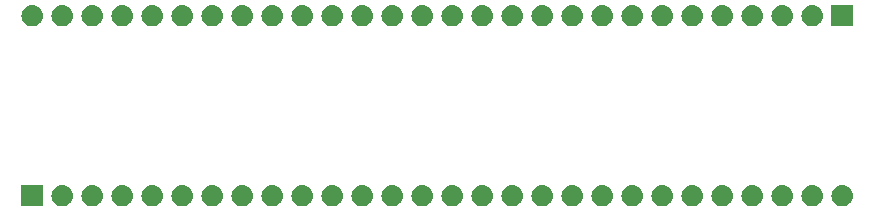
<source format=gbr>
G04 #@! TF.GenerationSoftware,KiCad,Pcbnew,(5.1.4)-1*
G04 #@! TF.CreationDate,2019-11-16T17:38:58+00:00*
G04 #@! TF.ProjectId,io-breakout,696f2d62-7265-4616-9b6f-75742e6b6963,rev?*
G04 #@! TF.SameCoordinates,Original*
G04 #@! TF.FileFunction,Soldermask,Bot*
G04 #@! TF.FilePolarity,Negative*
%FSLAX46Y46*%
G04 Gerber Fmt 4.6, Leading zero omitted, Abs format (unit mm)*
G04 Created by KiCad (PCBNEW (5.1.4)-1) date 2019-11-16 17:38:58*
%MOMM*%
%LPD*%
G04 APERTURE LIST*
%ADD10C,0.100000*%
G04 APERTURE END LIST*
D10*
G36*
X172830443Y-67685519D02*
G01*
X172896627Y-67692037D01*
X173066466Y-67743557D01*
X173222991Y-67827222D01*
X173258729Y-67856552D01*
X173360186Y-67939814D01*
X173443448Y-68041271D01*
X173472778Y-68077009D01*
X173556443Y-68233534D01*
X173607963Y-68403373D01*
X173625359Y-68580000D01*
X173607963Y-68756627D01*
X173556443Y-68926466D01*
X173472778Y-69082991D01*
X173443448Y-69118729D01*
X173360186Y-69220186D01*
X173258729Y-69303448D01*
X173222991Y-69332778D01*
X173066466Y-69416443D01*
X172896627Y-69467963D01*
X172830442Y-69474482D01*
X172764260Y-69481000D01*
X172675740Y-69481000D01*
X172609558Y-69474482D01*
X172543373Y-69467963D01*
X172373534Y-69416443D01*
X172217009Y-69332778D01*
X172181271Y-69303448D01*
X172079814Y-69220186D01*
X171996552Y-69118729D01*
X171967222Y-69082991D01*
X171883557Y-68926466D01*
X171832037Y-68756627D01*
X171814641Y-68580000D01*
X171832037Y-68403373D01*
X171883557Y-68233534D01*
X171967222Y-68077009D01*
X171996552Y-68041271D01*
X172079814Y-67939814D01*
X172181271Y-67856552D01*
X172217009Y-67827222D01*
X172373534Y-67743557D01*
X172543373Y-67692037D01*
X172609557Y-67685519D01*
X172675740Y-67679000D01*
X172764260Y-67679000D01*
X172830443Y-67685519D01*
X172830443Y-67685519D01*
G37*
G36*
X137270443Y-67685519D02*
G01*
X137336627Y-67692037D01*
X137506466Y-67743557D01*
X137662991Y-67827222D01*
X137698729Y-67856552D01*
X137800186Y-67939814D01*
X137883448Y-68041271D01*
X137912778Y-68077009D01*
X137996443Y-68233534D01*
X138047963Y-68403373D01*
X138065359Y-68580000D01*
X138047963Y-68756627D01*
X137996443Y-68926466D01*
X137912778Y-69082991D01*
X137883448Y-69118729D01*
X137800186Y-69220186D01*
X137698729Y-69303448D01*
X137662991Y-69332778D01*
X137506466Y-69416443D01*
X137336627Y-69467963D01*
X137270442Y-69474482D01*
X137204260Y-69481000D01*
X137115740Y-69481000D01*
X137049558Y-69474482D01*
X136983373Y-69467963D01*
X136813534Y-69416443D01*
X136657009Y-69332778D01*
X136621271Y-69303448D01*
X136519814Y-69220186D01*
X136436552Y-69118729D01*
X136407222Y-69082991D01*
X136323557Y-68926466D01*
X136272037Y-68756627D01*
X136254641Y-68580000D01*
X136272037Y-68403373D01*
X136323557Y-68233534D01*
X136407222Y-68077009D01*
X136436552Y-68041271D01*
X136519814Y-67939814D01*
X136621271Y-67856552D01*
X136657009Y-67827222D01*
X136813534Y-67743557D01*
X136983373Y-67692037D01*
X137049557Y-67685519D01*
X137115740Y-67679000D01*
X137204260Y-67679000D01*
X137270443Y-67685519D01*
X137270443Y-67685519D01*
G37*
G36*
X105041000Y-69481000D02*
G01*
X103239000Y-69481000D01*
X103239000Y-67679000D01*
X105041000Y-67679000D01*
X105041000Y-69481000D01*
X105041000Y-69481000D01*
G37*
G36*
X106790443Y-67685519D02*
G01*
X106856627Y-67692037D01*
X107026466Y-67743557D01*
X107182991Y-67827222D01*
X107218729Y-67856552D01*
X107320186Y-67939814D01*
X107403448Y-68041271D01*
X107432778Y-68077009D01*
X107516443Y-68233534D01*
X107567963Y-68403373D01*
X107585359Y-68580000D01*
X107567963Y-68756627D01*
X107516443Y-68926466D01*
X107432778Y-69082991D01*
X107403448Y-69118729D01*
X107320186Y-69220186D01*
X107218729Y-69303448D01*
X107182991Y-69332778D01*
X107026466Y-69416443D01*
X106856627Y-69467963D01*
X106790442Y-69474482D01*
X106724260Y-69481000D01*
X106635740Y-69481000D01*
X106569558Y-69474482D01*
X106503373Y-69467963D01*
X106333534Y-69416443D01*
X106177009Y-69332778D01*
X106141271Y-69303448D01*
X106039814Y-69220186D01*
X105956552Y-69118729D01*
X105927222Y-69082991D01*
X105843557Y-68926466D01*
X105792037Y-68756627D01*
X105774641Y-68580000D01*
X105792037Y-68403373D01*
X105843557Y-68233534D01*
X105927222Y-68077009D01*
X105956552Y-68041271D01*
X106039814Y-67939814D01*
X106141271Y-67856552D01*
X106177009Y-67827222D01*
X106333534Y-67743557D01*
X106503373Y-67692037D01*
X106569557Y-67685519D01*
X106635740Y-67679000D01*
X106724260Y-67679000D01*
X106790443Y-67685519D01*
X106790443Y-67685519D01*
G37*
G36*
X109330443Y-67685519D02*
G01*
X109396627Y-67692037D01*
X109566466Y-67743557D01*
X109722991Y-67827222D01*
X109758729Y-67856552D01*
X109860186Y-67939814D01*
X109943448Y-68041271D01*
X109972778Y-68077009D01*
X110056443Y-68233534D01*
X110107963Y-68403373D01*
X110125359Y-68580000D01*
X110107963Y-68756627D01*
X110056443Y-68926466D01*
X109972778Y-69082991D01*
X109943448Y-69118729D01*
X109860186Y-69220186D01*
X109758729Y-69303448D01*
X109722991Y-69332778D01*
X109566466Y-69416443D01*
X109396627Y-69467963D01*
X109330442Y-69474482D01*
X109264260Y-69481000D01*
X109175740Y-69481000D01*
X109109558Y-69474482D01*
X109043373Y-69467963D01*
X108873534Y-69416443D01*
X108717009Y-69332778D01*
X108681271Y-69303448D01*
X108579814Y-69220186D01*
X108496552Y-69118729D01*
X108467222Y-69082991D01*
X108383557Y-68926466D01*
X108332037Y-68756627D01*
X108314641Y-68580000D01*
X108332037Y-68403373D01*
X108383557Y-68233534D01*
X108467222Y-68077009D01*
X108496552Y-68041271D01*
X108579814Y-67939814D01*
X108681271Y-67856552D01*
X108717009Y-67827222D01*
X108873534Y-67743557D01*
X109043373Y-67692037D01*
X109109557Y-67685519D01*
X109175740Y-67679000D01*
X109264260Y-67679000D01*
X109330443Y-67685519D01*
X109330443Y-67685519D01*
G37*
G36*
X111870443Y-67685519D02*
G01*
X111936627Y-67692037D01*
X112106466Y-67743557D01*
X112262991Y-67827222D01*
X112298729Y-67856552D01*
X112400186Y-67939814D01*
X112483448Y-68041271D01*
X112512778Y-68077009D01*
X112596443Y-68233534D01*
X112647963Y-68403373D01*
X112665359Y-68580000D01*
X112647963Y-68756627D01*
X112596443Y-68926466D01*
X112512778Y-69082991D01*
X112483448Y-69118729D01*
X112400186Y-69220186D01*
X112298729Y-69303448D01*
X112262991Y-69332778D01*
X112106466Y-69416443D01*
X111936627Y-69467963D01*
X111870442Y-69474482D01*
X111804260Y-69481000D01*
X111715740Y-69481000D01*
X111649558Y-69474482D01*
X111583373Y-69467963D01*
X111413534Y-69416443D01*
X111257009Y-69332778D01*
X111221271Y-69303448D01*
X111119814Y-69220186D01*
X111036552Y-69118729D01*
X111007222Y-69082991D01*
X110923557Y-68926466D01*
X110872037Y-68756627D01*
X110854641Y-68580000D01*
X110872037Y-68403373D01*
X110923557Y-68233534D01*
X111007222Y-68077009D01*
X111036552Y-68041271D01*
X111119814Y-67939814D01*
X111221271Y-67856552D01*
X111257009Y-67827222D01*
X111413534Y-67743557D01*
X111583373Y-67692037D01*
X111649557Y-67685519D01*
X111715740Y-67679000D01*
X111804260Y-67679000D01*
X111870443Y-67685519D01*
X111870443Y-67685519D01*
G37*
G36*
X114410443Y-67685519D02*
G01*
X114476627Y-67692037D01*
X114646466Y-67743557D01*
X114802991Y-67827222D01*
X114838729Y-67856552D01*
X114940186Y-67939814D01*
X115023448Y-68041271D01*
X115052778Y-68077009D01*
X115136443Y-68233534D01*
X115187963Y-68403373D01*
X115205359Y-68580000D01*
X115187963Y-68756627D01*
X115136443Y-68926466D01*
X115052778Y-69082991D01*
X115023448Y-69118729D01*
X114940186Y-69220186D01*
X114838729Y-69303448D01*
X114802991Y-69332778D01*
X114646466Y-69416443D01*
X114476627Y-69467963D01*
X114410442Y-69474482D01*
X114344260Y-69481000D01*
X114255740Y-69481000D01*
X114189558Y-69474482D01*
X114123373Y-69467963D01*
X113953534Y-69416443D01*
X113797009Y-69332778D01*
X113761271Y-69303448D01*
X113659814Y-69220186D01*
X113576552Y-69118729D01*
X113547222Y-69082991D01*
X113463557Y-68926466D01*
X113412037Y-68756627D01*
X113394641Y-68580000D01*
X113412037Y-68403373D01*
X113463557Y-68233534D01*
X113547222Y-68077009D01*
X113576552Y-68041271D01*
X113659814Y-67939814D01*
X113761271Y-67856552D01*
X113797009Y-67827222D01*
X113953534Y-67743557D01*
X114123373Y-67692037D01*
X114189557Y-67685519D01*
X114255740Y-67679000D01*
X114344260Y-67679000D01*
X114410443Y-67685519D01*
X114410443Y-67685519D01*
G37*
G36*
X116950443Y-67685519D02*
G01*
X117016627Y-67692037D01*
X117186466Y-67743557D01*
X117342991Y-67827222D01*
X117378729Y-67856552D01*
X117480186Y-67939814D01*
X117563448Y-68041271D01*
X117592778Y-68077009D01*
X117676443Y-68233534D01*
X117727963Y-68403373D01*
X117745359Y-68580000D01*
X117727963Y-68756627D01*
X117676443Y-68926466D01*
X117592778Y-69082991D01*
X117563448Y-69118729D01*
X117480186Y-69220186D01*
X117378729Y-69303448D01*
X117342991Y-69332778D01*
X117186466Y-69416443D01*
X117016627Y-69467963D01*
X116950442Y-69474482D01*
X116884260Y-69481000D01*
X116795740Y-69481000D01*
X116729558Y-69474482D01*
X116663373Y-69467963D01*
X116493534Y-69416443D01*
X116337009Y-69332778D01*
X116301271Y-69303448D01*
X116199814Y-69220186D01*
X116116552Y-69118729D01*
X116087222Y-69082991D01*
X116003557Y-68926466D01*
X115952037Y-68756627D01*
X115934641Y-68580000D01*
X115952037Y-68403373D01*
X116003557Y-68233534D01*
X116087222Y-68077009D01*
X116116552Y-68041271D01*
X116199814Y-67939814D01*
X116301271Y-67856552D01*
X116337009Y-67827222D01*
X116493534Y-67743557D01*
X116663373Y-67692037D01*
X116729557Y-67685519D01*
X116795740Y-67679000D01*
X116884260Y-67679000D01*
X116950443Y-67685519D01*
X116950443Y-67685519D01*
G37*
G36*
X119490443Y-67685519D02*
G01*
X119556627Y-67692037D01*
X119726466Y-67743557D01*
X119882991Y-67827222D01*
X119918729Y-67856552D01*
X120020186Y-67939814D01*
X120103448Y-68041271D01*
X120132778Y-68077009D01*
X120216443Y-68233534D01*
X120267963Y-68403373D01*
X120285359Y-68580000D01*
X120267963Y-68756627D01*
X120216443Y-68926466D01*
X120132778Y-69082991D01*
X120103448Y-69118729D01*
X120020186Y-69220186D01*
X119918729Y-69303448D01*
X119882991Y-69332778D01*
X119726466Y-69416443D01*
X119556627Y-69467963D01*
X119490442Y-69474482D01*
X119424260Y-69481000D01*
X119335740Y-69481000D01*
X119269558Y-69474482D01*
X119203373Y-69467963D01*
X119033534Y-69416443D01*
X118877009Y-69332778D01*
X118841271Y-69303448D01*
X118739814Y-69220186D01*
X118656552Y-69118729D01*
X118627222Y-69082991D01*
X118543557Y-68926466D01*
X118492037Y-68756627D01*
X118474641Y-68580000D01*
X118492037Y-68403373D01*
X118543557Y-68233534D01*
X118627222Y-68077009D01*
X118656552Y-68041271D01*
X118739814Y-67939814D01*
X118841271Y-67856552D01*
X118877009Y-67827222D01*
X119033534Y-67743557D01*
X119203373Y-67692037D01*
X119269557Y-67685519D01*
X119335740Y-67679000D01*
X119424260Y-67679000D01*
X119490443Y-67685519D01*
X119490443Y-67685519D01*
G37*
G36*
X122030443Y-67685519D02*
G01*
X122096627Y-67692037D01*
X122266466Y-67743557D01*
X122422991Y-67827222D01*
X122458729Y-67856552D01*
X122560186Y-67939814D01*
X122643448Y-68041271D01*
X122672778Y-68077009D01*
X122756443Y-68233534D01*
X122807963Y-68403373D01*
X122825359Y-68580000D01*
X122807963Y-68756627D01*
X122756443Y-68926466D01*
X122672778Y-69082991D01*
X122643448Y-69118729D01*
X122560186Y-69220186D01*
X122458729Y-69303448D01*
X122422991Y-69332778D01*
X122266466Y-69416443D01*
X122096627Y-69467963D01*
X122030442Y-69474482D01*
X121964260Y-69481000D01*
X121875740Y-69481000D01*
X121809558Y-69474482D01*
X121743373Y-69467963D01*
X121573534Y-69416443D01*
X121417009Y-69332778D01*
X121381271Y-69303448D01*
X121279814Y-69220186D01*
X121196552Y-69118729D01*
X121167222Y-69082991D01*
X121083557Y-68926466D01*
X121032037Y-68756627D01*
X121014641Y-68580000D01*
X121032037Y-68403373D01*
X121083557Y-68233534D01*
X121167222Y-68077009D01*
X121196552Y-68041271D01*
X121279814Y-67939814D01*
X121381271Y-67856552D01*
X121417009Y-67827222D01*
X121573534Y-67743557D01*
X121743373Y-67692037D01*
X121809557Y-67685519D01*
X121875740Y-67679000D01*
X121964260Y-67679000D01*
X122030443Y-67685519D01*
X122030443Y-67685519D01*
G37*
G36*
X124570443Y-67685519D02*
G01*
X124636627Y-67692037D01*
X124806466Y-67743557D01*
X124962991Y-67827222D01*
X124998729Y-67856552D01*
X125100186Y-67939814D01*
X125183448Y-68041271D01*
X125212778Y-68077009D01*
X125296443Y-68233534D01*
X125347963Y-68403373D01*
X125365359Y-68580000D01*
X125347963Y-68756627D01*
X125296443Y-68926466D01*
X125212778Y-69082991D01*
X125183448Y-69118729D01*
X125100186Y-69220186D01*
X124998729Y-69303448D01*
X124962991Y-69332778D01*
X124806466Y-69416443D01*
X124636627Y-69467963D01*
X124570442Y-69474482D01*
X124504260Y-69481000D01*
X124415740Y-69481000D01*
X124349558Y-69474482D01*
X124283373Y-69467963D01*
X124113534Y-69416443D01*
X123957009Y-69332778D01*
X123921271Y-69303448D01*
X123819814Y-69220186D01*
X123736552Y-69118729D01*
X123707222Y-69082991D01*
X123623557Y-68926466D01*
X123572037Y-68756627D01*
X123554641Y-68580000D01*
X123572037Y-68403373D01*
X123623557Y-68233534D01*
X123707222Y-68077009D01*
X123736552Y-68041271D01*
X123819814Y-67939814D01*
X123921271Y-67856552D01*
X123957009Y-67827222D01*
X124113534Y-67743557D01*
X124283373Y-67692037D01*
X124349557Y-67685519D01*
X124415740Y-67679000D01*
X124504260Y-67679000D01*
X124570443Y-67685519D01*
X124570443Y-67685519D01*
G37*
G36*
X127110443Y-67685519D02*
G01*
X127176627Y-67692037D01*
X127346466Y-67743557D01*
X127502991Y-67827222D01*
X127538729Y-67856552D01*
X127640186Y-67939814D01*
X127723448Y-68041271D01*
X127752778Y-68077009D01*
X127836443Y-68233534D01*
X127887963Y-68403373D01*
X127905359Y-68580000D01*
X127887963Y-68756627D01*
X127836443Y-68926466D01*
X127752778Y-69082991D01*
X127723448Y-69118729D01*
X127640186Y-69220186D01*
X127538729Y-69303448D01*
X127502991Y-69332778D01*
X127346466Y-69416443D01*
X127176627Y-69467963D01*
X127110442Y-69474482D01*
X127044260Y-69481000D01*
X126955740Y-69481000D01*
X126889558Y-69474482D01*
X126823373Y-69467963D01*
X126653534Y-69416443D01*
X126497009Y-69332778D01*
X126461271Y-69303448D01*
X126359814Y-69220186D01*
X126276552Y-69118729D01*
X126247222Y-69082991D01*
X126163557Y-68926466D01*
X126112037Y-68756627D01*
X126094641Y-68580000D01*
X126112037Y-68403373D01*
X126163557Y-68233534D01*
X126247222Y-68077009D01*
X126276552Y-68041271D01*
X126359814Y-67939814D01*
X126461271Y-67856552D01*
X126497009Y-67827222D01*
X126653534Y-67743557D01*
X126823373Y-67692037D01*
X126889557Y-67685519D01*
X126955740Y-67679000D01*
X127044260Y-67679000D01*
X127110443Y-67685519D01*
X127110443Y-67685519D01*
G37*
G36*
X129650443Y-67685519D02*
G01*
X129716627Y-67692037D01*
X129886466Y-67743557D01*
X130042991Y-67827222D01*
X130078729Y-67856552D01*
X130180186Y-67939814D01*
X130263448Y-68041271D01*
X130292778Y-68077009D01*
X130376443Y-68233534D01*
X130427963Y-68403373D01*
X130445359Y-68580000D01*
X130427963Y-68756627D01*
X130376443Y-68926466D01*
X130292778Y-69082991D01*
X130263448Y-69118729D01*
X130180186Y-69220186D01*
X130078729Y-69303448D01*
X130042991Y-69332778D01*
X129886466Y-69416443D01*
X129716627Y-69467963D01*
X129650442Y-69474482D01*
X129584260Y-69481000D01*
X129495740Y-69481000D01*
X129429558Y-69474482D01*
X129363373Y-69467963D01*
X129193534Y-69416443D01*
X129037009Y-69332778D01*
X129001271Y-69303448D01*
X128899814Y-69220186D01*
X128816552Y-69118729D01*
X128787222Y-69082991D01*
X128703557Y-68926466D01*
X128652037Y-68756627D01*
X128634641Y-68580000D01*
X128652037Y-68403373D01*
X128703557Y-68233534D01*
X128787222Y-68077009D01*
X128816552Y-68041271D01*
X128899814Y-67939814D01*
X129001271Y-67856552D01*
X129037009Y-67827222D01*
X129193534Y-67743557D01*
X129363373Y-67692037D01*
X129429557Y-67685519D01*
X129495740Y-67679000D01*
X129584260Y-67679000D01*
X129650443Y-67685519D01*
X129650443Y-67685519D01*
G37*
G36*
X132190443Y-67685519D02*
G01*
X132256627Y-67692037D01*
X132426466Y-67743557D01*
X132582991Y-67827222D01*
X132618729Y-67856552D01*
X132720186Y-67939814D01*
X132803448Y-68041271D01*
X132832778Y-68077009D01*
X132916443Y-68233534D01*
X132967963Y-68403373D01*
X132985359Y-68580000D01*
X132967963Y-68756627D01*
X132916443Y-68926466D01*
X132832778Y-69082991D01*
X132803448Y-69118729D01*
X132720186Y-69220186D01*
X132618729Y-69303448D01*
X132582991Y-69332778D01*
X132426466Y-69416443D01*
X132256627Y-69467963D01*
X132190442Y-69474482D01*
X132124260Y-69481000D01*
X132035740Y-69481000D01*
X131969558Y-69474482D01*
X131903373Y-69467963D01*
X131733534Y-69416443D01*
X131577009Y-69332778D01*
X131541271Y-69303448D01*
X131439814Y-69220186D01*
X131356552Y-69118729D01*
X131327222Y-69082991D01*
X131243557Y-68926466D01*
X131192037Y-68756627D01*
X131174641Y-68580000D01*
X131192037Y-68403373D01*
X131243557Y-68233534D01*
X131327222Y-68077009D01*
X131356552Y-68041271D01*
X131439814Y-67939814D01*
X131541271Y-67856552D01*
X131577009Y-67827222D01*
X131733534Y-67743557D01*
X131903373Y-67692037D01*
X131969557Y-67685519D01*
X132035740Y-67679000D01*
X132124260Y-67679000D01*
X132190443Y-67685519D01*
X132190443Y-67685519D01*
G37*
G36*
X134730443Y-67685519D02*
G01*
X134796627Y-67692037D01*
X134966466Y-67743557D01*
X135122991Y-67827222D01*
X135158729Y-67856552D01*
X135260186Y-67939814D01*
X135343448Y-68041271D01*
X135372778Y-68077009D01*
X135456443Y-68233534D01*
X135507963Y-68403373D01*
X135525359Y-68580000D01*
X135507963Y-68756627D01*
X135456443Y-68926466D01*
X135372778Y-69082991D01*
X135343448Y-69118729D01*
X135260186Y-69220186D01*
X135158729Y-69303448D01*
X135122991Y-69332778D01*
X134966466Y-69416443D01*
X134796627Y-69467963D01*
X134730442Y-69474482D01*
X134664260Y-69481000D01*
X134575740Y-69481000D01*
X134509558Y-69474482D01*
X134443373Y-69467963D01*
X134273534Y-69416443D01*
X134117009Y-69332778D01*
X134081271Y-69303448D01*
X133979814Y-69220186D01*
X133896552Y-69118729D01*
X133867222Y-69082991D01*
X133783557Y-68926466D01*
X133732037Y-68756627D01*
X133714641Y-68580000D01*
X133732037Y-68403373D01*
X133783557Y-68233534D01*
X133867222Y-68077009D01*
X133896552Y-68041271D01*
X133979814Y-67939814D01*
X134081271Y-67856552D01*
X134117009Y-67827222D01*
X134273534Y-67743557D01*
X134443373Y-67692037D01*
X134509557Y-67685519D01*
X134575740Y-67679000D01*
X134664260Y-67679000D01*
X134730443Y-67685519D01*
X134730443Y-67685519D01*
G37*
G36*
X142350443Y-67685519D02*
G01*
X142416627Y-67692037D01*
X142586466Y-67743557D01*
X142742991Y-67827222D01*
X142778729Y-67856552D01*
X142880186Y-67939814D01*
X142963448Y-68041271D01*
X142992778Y-68077009D01*
X143076443Y-68233534D01*
X143127963Y-68403373D01*
X143145359Y-68580000D01*
X143127963Y-68756627D01*
X143076443Y-68926466D01*
X142992778Y-69082991D01*
X142963448Y-69118729D01*
X142880186Y-69220186D01*
X142778729Y-69303448D01*
X142742991Y-69332778D01*
X142586466Y-69416443D01*
X142416627Y-69467963D01*
X142350442Y-69474482D01*
X142284260Y-69481000D01*
X142195740Y-69481000D01*
X142129558Y-69474482D01*
X142063373Y-69467963D01*
X141893534Y-69416443D01*
X141737009Y-69332778D01*
X141701271Y-69303448D01*
X141599814Y-69220186D01*
X141516552Y-69118729D01*
X141487222Y-69082991D01*
X141403557Y-68926466D01*
X141352037Y-68756627D01*
X141334641Y-68580000D01*
X141352037Y-68403373D01*
X141403557Y-68233534D01*
X141487222Y-68077009D01*
X141516552Y-68041271D01*
X141599814Y-67939814D01*
X141701271Y-67856552D01*
X141737009Y-67827222D01*
X141893534Y-67743557D01*
X142063373Y-67692037D01*
X142129557Y-67685519D01*
X142195740Y-67679000D01*
X142284260Y-67679000D01*
X142350443Y-67685519D01*
X142350443Y-67685519D01*
G37*
G36*
X139810443Y-67685519D02*
G01*
X139876627Y-67692037D01*
X140046466Y-67743557D01*
X140202991Y-67827222D01*
X140238729Y-67856552D01*
X140340186Y-67939814D01*
X140423448Y-68041271D01*
X140452778Y-68077009D01*
X140536443Y-68233534D01*
X140587963Y-68403373D01*
X140605359Y-68580000D01*
X140587963Y-68756627D01*
X140536443Y-68926466D01*
X140452778Y-69082991D01*
X140423448Y-69118729D01*
X140340186Y-69220186D01*
X140238729Y-69303448D01*
X140202991Y-69332778D01*
X140046466Y-69416443D01*
X139876627Y-69467963D01*
X139810442Y-69474482D01*
X139744260Y-69481000D01*
X139655740Y-69481000D01*
X139589558Y-69474482D01*
X139523373Y-69467963D01*
X139353534Y-69416443D01*
X139197009Y-69332778D01*
X139161271Y-69303448D01*
X139059814Y-69220186D01*
X138976552Y-69118729D01*
X138947222Y-69082991D01*
X138863557Y-68926466D01*
X138812037Y-68756627D01*
X138794641Y-68580000D01*
X138812037Y-68403373D01*
X138863557Y-68233534D01*
X138947222Y-68077009D01*
X138976552Y-68041271D01*
X139059814Y-67939814D01*
X139161271Y-67856552D01*
X139197009Y-67827222D01*
X139353534Y-67743557D01*
X139523373Y-67692037D01*
X139589557Y-67685519D01*
X139655740Y-67679000D01*
X139744260Y-67679000D01*
X139810443Y-67685519D01*
X139810443Y-67685519D01*
G37*
G36*
X170290443Y-67685519D02*
G01*
X170356627Y-67692037D01*
X170526466Y-67743557D01*
X170682991Y-67827222D01*
X170718729Y-67856552D01*
X170820186Y-67939814D01*
X170903448Y-68041271D01*
X170932778Y-68077009D01*
X171016443Y-68233534D01*
X171067963Y-68403373D01*
X171085359Y-68580000D01*
X171067963Y-68756627D01*
X171016443Y-68926466D01*
X170932778Y-69082991D01*
X170903448Y-69118729D01*
X170820186Y-69220186D01*
X170718729Y-69303448D01*
X170682991Y-69332778D01*
X170526466Y-69416443D01*
X170356627Y-69467963D01*
X170290442Y-69474482D01*
X170224260Y-69481000D01*
X170135740Y-69481000D01*
X170069558Y-69474482D01*
X170003373Y-69467963D01*
X169833534Y-69416443D01*
X169677009Y-69332778D01*
X169641271Y-69303448D01*
X169539814Y-69220186D01*
X169456552Y-69118729D01*
X169427222Y-69082991D01*
X169343557Y-68926466D01*
X169292037Y-68756627D01*
X169274641Y-68580000D01*
X169292037Y-68403373D01*
X169343557Y-68233534D01*
X169427222Y-68077009D01*
X169456552Y-68041271D01*
X169539814Y-67939814D01*
X169641271Y-67856552D01*
X169677009Y-67827222D01*
X169833534Y-67743557D01*
X170003373Y-67692037D01*
X170069557Y-67685519D01*
X170135740Y-67679000D01*
X170224260Y-67679000D01*
X170290443Y-67685519D01*
X170290443Y-67685519D01*
G37*
G36*
X167750443Y-67685519D02*
G01*
X167816627Y-67692037D01*
X167986466Y-67743557D01*
X168142991Y-67827222D01*
X168178729Y-67856552D01*
X168280186Y-67939814D01*
X168363448Y-68041271D01*
X168392778Y-68077009D01*
X168476443Y-68233534D01*
X168527963Y-68403373D01*
X168545359Y-68580000D01*
X168527963Y-68756627D01*
X168476443Y-68926466D01*
X168392778Y-69082991D01*
X168363448Y-69118729D01*
X168280186Y-69220186D01*
X168178729Y-69303448D01*
X168142991Y-69332778D01*
X167986466Y-69416443D01*
X167816627Y-69467963D01*
X167750442Y-69474482D01*
X167684260Y-69481000D01*
X167595740Y-69481000D01*
X167529558Y-69474482D01*
X167463373Y-69467963D01*
X167293534Y-69416443D01*
X167137009Y-69332778D01*
X167101271Y-69303448D01*
X166999814Y-69220186D01*
X166916552Y-69118729D01*
X166887222Y-69082991D01*
X166803557Y-68926466D01*
X166752037Y-68756627D01*
X166734641Y-68580000D01*
X166752037Y-68403373D01*
X166803557Y-68233534D01*
X166887222Y-68077009D01*
X166916552Y-68041271D01*
X166999814Y-67939814D01*
X167101271Y-67856552D01*
X167137009Y-67827222D01*
X167293534Y-67743557D01*
X167463373Y-67692037D01*
X167529557Y-67685519D01*
X167595740Y-67679000D01*
X167684260Y-67679000D01*
X167750443Y-67685519D01*
X167750443Y-67685519D01*
G37*
G36*
X165210443Y-67685519D02*
G01*
X165276627Y-67692037D01*
X165446466Y-67743557D01*
X165602991Y-67827222D01*
X165638729Y-67856552D01*
X165740186Y-67939814D01*
X165823448Y-68041271D01*
X165852778Y-68077009D01*
X165936443Y-68233534D01*
X165987963Y-68403373D01*
X166005359Y-68580000D01*
X165987963Y-68756627D01*
X165936443Y-68926466D01*
X165852778Y-69082991D01*
X165823448Y-69118729D01*
X165740186Y-69220186D01*
X165638729Y-69303448D01*
X165602991Y-69332778D01*
X165446466Y-69416443D01*
X165276627Y-69467963D01*
X165210442Y-69474482D01*
X165144260Y-69481000D01*
X165055740Y-69481000D01*
X164989558Y-69474482D01*
X164923373Y-69467963D01*
X164753534Y-69416443D01*
X164597009Y-69332778D01*
X164561271Y-69303448D01*
X164459814Y-69220186D01*
X164376552Y-69118729D01*
X164347222Y-69082991D01*
X164263557Y-68926466D01*
X164212037Y-68756627D01*
X164194641Y-68580000D01*
X164212037Y-68403373D01*
X164263557Y-68233534D01*
X164347222Y-68077009D01*
X164376552Y-68041271D01*
X164459814Y-67939814D01*
X164561271Y-67856552D01*
X164597009Y-67827222D01*
X164753534Y-67743557D01*
X164923373Y-67692037D01*
X164989557Y-67685519D01*
X165055740Y-67679000D01*
X165144260Y-67679000D01*
X165210443Y-67685519D01*
X165210443Y-67685519D01*
G37*
G36*
X162670443Y-67685519D02*
G01*
X162736627Y-67692037D01*
X162906466Y-67743557D01*
X163062991Y-67827222D01*
X163098729Y-67856552D01*
X163200186Y-67939814D01*
X163283448Y-68041271D01*
X163312778Y-68077009D01*
X163396443Y-68233534D01*
X163447963Y-68403373D01*
X163465359Y-68580000D01*
X163447963Y-68756627D01*
X163396443Y-68926466D01*
X163312778Y-69082991D01*
X163283448Y-69118729D01*
X163200186Y-69220186D01*
X163098729Y-69303448D01*
X163062991Y-69332778D01*
X162906466Y-69416443D01*
X162736627Y-69467963D01*
X162670442Y-69474482D01*
X162604260Y-69481000D01*
X162515740Y-69481000D01*
X162449558Y-69474482D01*
X162383373Y-69467963D01*
X162213534Y-69416443D01*
X162057009Y-69332778D01*
X162021271Y-69303448D01*
X161919814Y-69220186D01*
X161836552Y-69118729D01*
X161807222Y-69082991D01*
X161723557Y-68926466D01*
X161672037Y-68756627D01*
X161654641Y-68580000D01*
X161672037Y-68403373D01*
X161723557Y-68233534D01*
X161807222Y-68077009D01*
X161836552Y-68041271D01*
X161919814Y-67939814D01*
X162021271Y-67856552D01*
X162057009Y-67827222D01*
X162213534Y-67743557D01*
X162383373Y-67692037D01*
X162449557Y-67685519D01*
X162515740Y-67679000D01*
X162604260Y-67679000D01*
X162670443Y-67685519D01*
X162670443Y-67685519D01*
G37*
G36*
X160130443Y-67685519D02*
G01*
X160196627Y-67692037D01*
X160366466Y-67743557D01*
X160522991Y-67827222D01*
X160558729Y-67856552D01*
X160660186Y-67939814D01*
X160743448Y-68041271D01*
X160772778Y-68077009D01*
X160856443Y-68233534D01*
X160907963Y-68403373D01*
X160925359Y-68580000D01*
X160907963Y-68756627D01*
X160856443Y-68926466D01*
X160772778Y-69082991D01*
X160743448Y-69118729D01*
X160660186Y-69220186D01*
X160558729Y-69303448D01*
X160522991Y-69332778D01*
X160366466Y-69416443D01*
X160196627Y-69467963D01*
X160130442Y-69474482D01*
X160064260Y-69481000D01*
X159975740Y-69481000D01*
X159909558Y-69474482D01*
X159843373Y-69467963D01*
X159673534Y-69416443D01*
X159517009Y-69332778D01*
X159481271Y-69303448D01*
X159379814Y-69220186D01*
X159296552Y-69118729D01*
X159267222Y-69082991D01*
X159183557Y-68926466D01*
X159132037Y-68756627D01*
X159114641Y-68580000D01*
X159132037Y-68403373D01*
X159183557Y-68233534D01*
X159267222Y-68077009D01*
X159296552Y-68041271D01*
X159379814Y-67939814D01*
X159481271Y-67856552D01*
X159517009Y-67827222D01*
X159673534Y-67743557D01*
X159843373Y-67692037D01*
X159909557Y-67685519D01*
X159975740Y-67679000D01*
X160064260Y-67679000D01*
X160130443Y-67685519D01*
X160130443Y-67685519D01*
G37*
G36*
X157590443Y-67685519D02*
G01*
X157656627Y-67692037D01*
X157826466Y-67743557D01*
X157982991Y-67827222D01*
X158018729Y-67856552D01*
X158120186Y-67939814D01*
X158203448Y-68041271D01*
X158232778Y-68077009D01*
X158316443Y-68233534D01*
X158367963Y-68403373D01*
X158385359Y-68580000D01*
X158367963Y-68756627D01*
X158316443Y-68926466D01*
X158232778Y-69082991D01*
X158203448Y-69118729D01*
X158120186Y-69220186D01*
X158018729Y-69303448D01*
X157982991Y-69332778D01*
X157826466Y-69416443D01*
X157656627Y-69467963D01*
X157590442Y-69474482D01*
X157524260Y-69481000D01*
X157435740Y-69481000D01*
X157369558Y-69474482D01*
X157303373Y-69467963D01*
X157133534Y-69416443D01*
X156977009Y-69332778D01*
X156941271Y-69303448D01*
X156839814Y-69220186D01*
X156756552Y-69118729D01*
X156727222Y-69082991D01*
X156643557Y-68926466D01*
X156592037Y-68756627D01*
X156574641Y-68580000D01*
X156592037Y-68403373D01*
X156643557Y-68233534D01*
X156727222Y-68077009D01*
X156756552Y-68041271D01*
X156839814Y-67939814D01*
X156941271Y-67856552D01*
X156977009Y-67827222D01*
X157133534Y-67743557D01*
X157303373Y-67692037D01*
X157369557Y-67685519D01*
X157435740Y-67679000D01*
X157524260Y-67679000D01*
X157590443Y-67685519D01*
X157590443Y-67685519D01*
G37*
G36*
X155050443Y-67685519D02*
G01*
X155116627Y-67692037D01*
X155286466Y-67743557D01*
X155442991Y-67827222D01*
X155478729Y-67856552D01*
X155580186Y-67939814D01*
X155663448Y-68041271D01*
X155692778Y-68077009D01*
X155776443Y-68233534D01*
X155827963Y-68403373D01*
X155845359Y-68580000D01*
X155827963Y-68756627D01*
X155776443Y-68926466D01*
X155692778Y-69082991D01*
X155663448Y-69118729D01*
X155580186Y-69220186D01*
X155478729Y-69303448D01*
X155442991Y-69332778D01*
X155286466Y-69416443D01*
X155116627Y-69467963D01*
X155050442Y-69474482D01*
X154984260Y-69481000D01*
X154895740Y-69481000D01*
X154829558Y-69474482D01*
X154763373Y-69467963D01*
X154593534Y-69416443D01*
X154437009Y-69332778D01*
X154401271Y-69303448D01*
X154299814Y-69220186D01*
X154216552Y-69118729D01*
X154187222Y-69082991D01*
X154103557Y-68926466D01*
X154052037Y-68756627D01*
X154034641Y-68580000D01*
X154052037Y-68403373D01*
X154103557Y-68233534D01*
X154187222Y-68077009D01*
X154216552Y-68041271D01*
X154299814Y-67939814D01*
X154401271Y-67856552D01*
X154437009Y-67827222D01*
X154593534Y-67743557D01*
X154763373Y-67692037D01*
X154829557Y-67685519D01*
X154895740Y-67679000D01*
X154984260Y-67679000D01*
X155050443Y-67685519D01*
X155050443Y-67685519D01*
G37*
G36*
X152510443Y-67685519D02*
G01*
X152576627Y-67692037D01*
X152746466Y-67743557D01*
X152902991Y-67827222D01*
X152938729Y-67856552D01*
X153040186Y-67939814D01*
X153123448Y-68041271D01*
X153152778Y-68077009D01*
X153236443Y-68233534D01*
X153287963Y-68403373D01*
X153305359Y-68580000D01*
X153287963Y-68756627D01*
X153236443Y-68926466D01*
X153152778Y-69082991D01*
X153123448Y-69118729D01*
X153040186Y-69220186D01*
X152938729Y-69303448D01*
X152902991Y-69332778D01*
X152746466Y-69416443D01*
X152576627Y-69467963D01*
X152510442Y-69474482D01*
X152444260Y-69481000D01*
X152355740Y-69481000D01*
X152289558Y-69474482D01*
X152223373Y-69467963D01*
X152053534Y-69416443D01*
X151897009Y-69332778D01*
X151861271Y-69303448D01*
X151759814Y-69220186D01*
X151676552Y-69118729D01*
X151647222Y-69082991D01*
X151563557Y-68926466D01*
X151512037Y-68756627D01*
X151494641Y-68580000D01*
X151512037Y-68403373D01*
X151563557Y-68233534D01*
X151647222Y-68077009D01*
X151676552Y-68041271D01*
X151759814Y-67939814D01*
X151861271Y-67856552D01*
X151897009Y-67827222D01*
X152053534Y-67743557D01*
X152223373Y-67692037D01*
X152289557Y-67685519D01*
X152355740Y-67679000D01*
X152444260Y-67679000D01*
X152510443Y-67685519D01*
X152510443Y-67685519D01*
G37*
G36*
X149970443Y-67685519D02*
G01*
X150036627Y-67692037D01*
X150206466Y-67743557D01*
X150362991Y-67827222D01*
X150398729Y-67856552D01*
X150500186Y-67939814D01*
X150583448Y-68041271D01*
X150612778Y-68077009D01*
X150696443Y-68233534D01*
X150747963Y-68403373D01*
X150765359Y-68580000D01*
X150747963Y-68756627D01*
X150696443Y-68926466D01*
X150612778Y-69082991D01*
X150583448Y-69118729D01*
X150500186Y-69220186D01*
X150398729Y-69303448D01*
X150362991Y-69332778D01*
X150206466Y-69416443D01*
X150036627Y-69467963D01*
X149970442Y-69474482D01*
X149904260Y-69481000D01*
X149815740Y-69481000D01*
X149749558Y-69474482D01*
X149683373Y-69467963D01*
X149513534Y-69416443D01*
X149357009Y-69332778D01*
X149321271Y-69303448D01*
X149219814Y-69220186D01*
X149136552Y-69118729D01*
X149107222Y-69082991D01*
X149023557Y-68926466D01*
X148972037Y-68756627D01*
X148954641Y-68580000D01*
X148972037Y-68403373D01*
X149023557Y-68233534D01*
X149107222Y-68077009D01*
X149136552Y-68041271D01*
X149219814Y-67939814D01*
X149321271Y-67856552D01*
X149357009Y-67827222D01*
X149513534Y-67743557D01*
X149683373Y-67692037D01*
X149749557Y-67685519D01*
X149815740Y-67679000D01*
X149904260Y-67679000D01*
X149970443Y-67685519D01*
X149970443Y-67685519D01*
G37*
G36*
X147430443Y-67685519D02*
G01*
X147496627Y-67692037D01*
X147666466Y-67743557D01*
X147822991Y-67827222D01*
X147858729Y-67856552D01*
X147960186Y-67939814D01*
X148043448Y-68041271D01*
X148072778Y-68077009D01*
X148156443Y-68233534D01*
X148207963Y-68403373D01*
X148225359Y-68580000D01*
X148207963Y-68756627D01*
X148156443Y-68926466D01*
X148072778Y-69082991D01*
X148043448Y-69118729D01*
X147960186Y-69220186D01*
X147858729Y-69303448D01*
X147822991Y-69332778D01*
X147666466Y-69416443D01*
X147496627Y-69467963D01*
X147430442Y-69474482D01*
X147364260Y-69481000D01*
X147275740Y-69481000D01*
X147209558Y-69474482D01*
X147143373Y-69467963D01*
X146973534Y-69416443D01*
X146817009Y-69332778D01*
X146781271Y-69303448D01*
X146679814Y-69220186D01*
X146596552Y-69118729D01*
X146567222Y-69082991D01*
X146483557Y-68926466D01*
X146432037Y-68756627D01*
X146414641Y-68580000D01*
X146432037Y-68403373D01*
X146483557Y-68233534D01*
X146567222Y-68077009D01*
X146596552Y-68041271D01*
X146679814Y-67939814D01*
X146781271Y-67856552D01*
X146817009Y-67827222D01*
X146973534Y-67743557D01*
X147143373Y-67692037D01*
X147209557Y-67685519D01*
X147275740Y-67679000D01*
X147364260Y-67679000D01*
X147430443Y-67685519D01*
X147430443Y-67685519D01*
G37*
G36*
X144890443Y-67685519D02*
G01*
X144956627Y-67692037D01*
X145126466Y-67743557D01*
X145282991Y-67827222D01*
X145318729Y-67856552D01*
X145420186Y-67939814D01*
X145503448Y-68041271D01*
X145532778Y-68077009D01*
X145616443Y-68233534D01*
X145667963Y-68403373D01*
X145685359Y-68580000D01*
X145667963Y-68756627D01*
X145616443Y-68926466D01*
X145532778Y-69082991D01*
X145503448Y-69118729D01*
X145420186Y-69220186D01*
X145318729Y-69303448D01*
X145282991Y-69332778D01*
X145126466Y-69416443D01*
X144956627Y-69467963D01*
X144890442Y-69474482D01*
X144824260Y-69481000D01*
X144735740Y-69481000D01*
X144669558Y-69474482D01*
X144603373Y-69467963D01*
X144433534Y-69416443D01*
X144277009Y-69332778D01*
X144241271Y-69303448D01*
X144139814Y-69220186D01*
X144056552Y-69118729D01*
X144027222Y-69082991D01*
X143943557Y-68926466D01*
X143892037Y-68756627D01*
X143874641Y-68580000D01*
X143892037Y-68403373D01*
X143943557Y-68233534D01*
X144027222Y-68077009D01*
X144056552Y-68041271D01*
X144139814Y-67939814D01*
X144241271Y-67856552D01*
X144277009Y-67827222D01*
X144433534Y-67743557D01*
X144603373Y-67692037D01*
X144669557Y-67685519D01*
X144735740Y-67679000D01*
X144824260Y-67679000D01*
X144890443Y-67685519D01*
X144890443Y-67685519D01*
G37*
G36*
X119490443Y-52445519D02*
G01*
X119556627Y-52452037D01*
X119726466Y-52503557D01*
X119882991Y-52587222D01*
X119918729Y-52616552D01*
X120020186Y-52699814D01*
X120103448Y-52801271D01*
X120132778Y-52837009D01*
X120216443Y-52993534D01*
X120267963Y-53163373D01*
X120285359Y-53340000D01*
X120267963Y-53516627D01*
X120216443Y-53686466D01*
X120132778Y-53842991D01*
X120103448Y-53878729D01*
X120020186Y-53980186D01*
X119918729Y-54063448D01*
X119882991Y-54092778D01*
X119726466Y-54176443D01*
X119556627Y-54227963D01*
X119490442Y-54234482D01*
X119424260Y-54241000D01*
X119335740Y-54241000D01*
X119269558Y-54234482D01*
X119203373Y-54227963D01*
X119033534Y-54176443D01*
X118877009Y-54092778D01*
X118841271Y-54063448D01*
X118739814Y-53980186D01*
X118656552Y-53878729D01*
X118627222Y-53842991D01*
X118543557Y-53686466D01*
X118492037Y-53516627D01*
X118474641Y-53340000D01*
X118492037Y-53163373D01*
X118543557Y-52993534D01*
X118627222Y-52837009D01*
X118656552Y-52801271D01*
X118739814Y-52699814D01*
X118841271Y-52616552D01*
X118877009Y-52587222D01*
X119033534Y-52503557D01*
X119203373Y-52452037D01*
X119269558Y-52445518D01*
X119335740Y-52439000D01*
X119424260Y-52439000D01*
X119490443Y-52445519D01*
X119490443Y-52445519D01*
G37*
G36*
X122030443Y-52445519D02*
G01*
X122096627Y-52452037D01*
X122266466Y-52503557D01*
X122422991Y-52587222D01*
X122458729Y-52616552D01*
X122560186Y-52699814D01*
X122643448Y-52801271D01*
X122672778Y-52837009D01*
X122756443Y-52993534D01*
X122807963Y-53163373D01*
X122825359Y-53340000D01*
X122807963Y-53516627D01*
X122756443Y-53686466D01*
X122672778Y-53842991D01*
X122643448Y-53878729D01*
X122560186Y-53980186D01*
X122458729Y-54063448D01*
X122422991Y-54092778D01*
X122266466Y-54176443D01*
X122096627Y-54227963D01*
X122030442Y-54234482D01*
X121964260Y-54241000D01*
X121875740Y-54241000D01*
X121809558Y-54234482D01*
X121743373Y-54227963D01*
X121573534Y-54176443D01*
X121417009Y-54092778D01*
X121381271Y-54063448D01*
X121279814Y-53980186D01*
X121196552Y-53878729D01*
X121167222Y-53842991D01*
X121083557Y-53686466D01*
X121032037Y-53516627D01*
X121014641Y-53340000D01*
X121032037Y-53163373D01*
X121083557Y-52993534D01*
X121167222Y-52837009D01*
X121196552Y-52801271D01*
X121279814Y-52699814D01*
X121381271Y-52616552D01*
X121417009Y-52587222D01*
X121573534Y-52503557D01*
X121743373Y-52452037D01*
X121809558Y-52445518D01*
X121875740Y-52439000D01*
X121964260Y-52439000D01*
X122030443Y-52445519D01*
X122030443Y-52445519D01*
G37*
G36*
X124570443Y-52445519D02*
G01*
X124636627Y-52452037D01*
X124806466Y-52503557D01*
X124962991Y-52587222D01*
X124998729Y-52616552D01*
X125100186Y-52699814D01*
X125183448Y-52801271D01*
X125212778Y-52837009D01*
X125296443Y-52993534D01*
X125347963Y-53163373D01*
X125365359Y-53340000D01*
X125347963Y-53516627D01*
X125296443Y-53686466D01*
X125212778Y-53842991D01*
X125183448Y-53878729D01*
X125100186Y-53980186D01*
X124998729Y-54063448D01*
X124962991Y-54092778D01*
X124806466Y-54176443D01*
X124636627Y-54227963D01*
X124570442Y-54234482D01*
X124504260Y-54241000D01*
X124415740Y-54241000D01*
X124349558Y-54234482D01*
X124283373Y-54227963D01*
X124113534Y-54176443D01*
X123957009Y-54092778D01*
X123921271Y-54063448D01*
X123819814Y-53980186D01*
X123736552Y-53878729D01*
X123707222Y-53842991D01*
X123623557Y-53686466D01*
X123572037Y-53516627D01*
X123554641Y-53340000D01*
X123572037Y-53163373D01*
X123623557Y-52993534D01*
X123707222Y-52837009D01*
X123736552Y-52801271D01*
X123819814Y-52699814D01*
X123921271Y-52616552D01*
X123957009Y-52587222D01*
X124113534Y-52503557D01*
X124283373Y-52452037D01*
X124349558Y-52445518D01*
X124415740Y-52439000D01*
X124504260Y-52439000D01*
X124570443Y-52445519D01*
X124570443Y-52445519D01*
G37*
G36*
X127110443Y-52445519D02*
G01*
X127176627Y-52452037D01*
X127346466Y-52503557D01*
X127502991Y-52587222D01*
X127538729Y-52616552D01*
X127640186Y-52699814D01*
X127723448Y-52801271D01*
X127752778Y-52837009D01*
X127836443Y-52993534D01*
X127887963Y-53163373D01*
X127905359Y-53340000D01*
X127887963Y-53516627D01*
X127836443Y-53686466D01*
X127752778Y-53842991D01*
X127723448Y-53878729D01*
X127640186Y-53980186D01*
X127538729Y-54063448D01*
X127502991Y-54092778D01*
X127346466Y-54176443D01*
X127176627Y-54227963D01*
X127110442Y-54234482D01*
X127044260Y-54241000D01*
X126955740Y-54241000D01*
X126889558Y-54234482D01*
X126823373Y-54227963D01*
X126653534Y-54176443D01*
X126497009Y-54092778D01*
X126461271Y-54063448D01*
X126359814Y-53980186D01*
X126276552Y-53878729D01*
X126247222Y-53842991D01*
X126163557Y-53686466D01*
X126112037Y-53516627D01*
X126094641Y-53340000D01*
X126112037Y-53163373D01*
X126163557Y-52993534D01*
X126247222Y-52837009D01*
X126276552Y-52801271D01*
X126359814Y-52699814D01*
X126461271Y-52616552D01*
X126497009Y-52587222D01*
X126653534Y-52503557D01*
X126823373Y-52452037D01*
X126889558Y-52445518D01*
X126955740Y-52439000D01*
X127044260Y-52439000D01*
X127110443Y-52445519D01*
X127110443Y-52445519D01*
G37*
G36*
X129650443Y-52445519D02*
G01*
X129716627Y-52452037D01*
X129886466Y-52503557D01*
X130042991Y-52587222D01*
X130078729Y-52616552D01*
X130180186Y-52699814D01*
X130263448Y-52801271D01*
X130292778Y-52837009D01*
X130376443Y-52993534D01*
X130427963Y-53163373D01*
X130445359Y-53340000D01*
X130427963Y-53516627D01*
X130376443Y-53686466D01*
X130292778Y-53842991D01*
X130263448Y-53878729D01*
X130180186Y-53980186D01*
X130078729Y-54063448D01*
X130042991Y-54092778D01*
X129886466Y-54176443D01*
X129716627Y-54227963D01*
X129650442Y-54234482D01*
X129584260Y-54241000D01*
X129495740Y-54241000D01*
X129429558Y-54234482D01*
X129363373Y-54227963D01*
X129193534Y-54176443D01*
X129037009Y-54092778D01*
X129001271Y-54063448D01*
X128899814Y-53980186D01*
X128816552Y-53878729D01*
X128787222Y-53842991D01*
X128703557Y-53686466D01*
X128652037Y-53516627D01*
X128634641Y-53340000D01*
X128652037Y-53163373D01*
X128703557Y-52993534D01*
X128787222Y-52837009D01*
X128816552Y-52801271D01*
X128899814Y-52699814D01*
X129001271Y-52616552D01*
X129037009Y-52587222D01*
X129193534Y-52503557D01*
X129363373Y-52452037D01*
X129429558Y-52445518D01*
X129495740Y-52439000D01*
X129584260Y-52439000D01*
X129650443Y-52445519D01*
X129650443Y-52445519D01*
G37*
G36*
X132190443Y-52445519D02*
G01*
X132256627Y-52452037D01*
X132426466Y-52503557D01*
X132582991Y-52587222D01*
X132618729Y-52616552D01*
X132720186Y-52699814D01*
X132803448Y-52801271D01*
X132832778Y-52837009D01*
X132916443Y-52993534D01*
X132967963Y-53163373D01*
X132985359Y-53340000D01*
X132967963Y-53516627D01*
X132916443Y-53686466D01*
X132832778Y-53842991D01*
X132803448Y-53878729D01*
X132720186Y-53980186D01*
X132618729Y-54063448D01*
X132582991Y-54092778D01*
X132426466Y-54176443D01*
X132256627Y-54227963D01*
X132190442Y-54234482D01*
X132124260Y-54241000D01*
X132035740Y-54241000D01*
X131969558Y-54234482D01*
X131903373Y-54227963D01*
X131733534Y-54176443D01*
X131577009Y-54092778D01*
X131541271Y-54063448D01*
X131439814Y-53980186D01*
X131356552Y-53878729D01*
X131327222Y-53842991D01*
X131243557Y-53686466D01*
X131192037Y-53516627D01*
X131174641Y-53340000D01*
X131192037Y-53163373D01*
X131243557Y-52993534D01*
X131327222Y-52837009D01*
X131356552Y-52801271D01*
X131439814Y-52699814D01*
X131541271Y-52616552D01*
X131577009Y-52587222D01*
X131733534Y-52503557D01*
X131903373Y-52452037D01*
X131969558Y-52445518D01*
X132035740Y-52439000D01*
X132124260Y-52439000D01*
X132190443Y-52445519D01*
X132190443Y-52445519D01*
G37*
G36*
X134730443Y-52445519D02*
G01*
X134796627Y-52452037D01*
X134966466Y-52503557D01*
X135122991Y-52587222D01*
X135158729Y-52616552D01*
X135260186Y-52699814D01*
X135343448Y-52801271D01*
X135372778Y-52837009D01*
X135456443Y-52993534D01*
X135507963Y-53163373D01*
X135525359Y-53340000D01*
X135507963Y-53516627D01*
X135456443Y-53686466D01*
X135372778Y-53842991D01*
X135343448Y-53878729D01*
X135260186Y-53980186D01*
X135158729Y-54063448D01*
X135122991Y-54092778D01*
X134966466Y-54176443D01*
X134796627Y-54227963D01*
X134730442Y-54234482D01*
X134664260Y-54241000D01*
X134575740Y-54241000D01*
X134509558Y-54234482D01*
X134443373Y-54227963D01*
X134273534Y-54176443D01*
X134117009Y-54092778D01*
X134081271Y-54063448D01*
X133979814Y-53980186D01*
X133896552Y-53878729D01*
X133867222Y-53842991D01*
X133783557Y-53686466D01*
X133732037Y-53516627D01*
X133714641Y-53340000D01*
X133732037Y-53163373D01*
X133783557Y-52993534D01*
X133867222Y-52837009D01*
X133896552Y-52801271D01*
X133979814Y-52699814D01*
X134081271Y-52616552D01*
X134117009Y-52587222D01*
X134273534Y-52503557D01*
X134443373Y-52452037D01*
X134509558Y-52445518D01*
X134575740Y-52439000D01*
X134664260Y-52439000D01*
X134730443Y-52445519D01*
X134730443Y-52445519D01*
G37*
G36*
X137270443Y-52445519D02*
G01*
X137336627Y-52452037D01*
X137506466Y-52503557D01*
X137662991Y-52587222D01*
X137698729Y-52616552D01*
X137800186Y-52699814D01*
X137883448Y-52801271D01*
X137912778Y-52837009D01*
X137996443Y-52993534D01*
X138047963Y-53163373D01*
X138065359Y-53340000D01*
X138047963Y-53516627D01*
X137996443Y-53686466D01*
X137912778Y-53842991D01*
X137883448Y-53878729D01*
X137800186Y-53980186D01*
X137698729Y-54063448D01*
X137662991Y-54092778D01*
X137506466Y-54176443D01*
X137336627Y-54227963D01*
X137270442Y-54234482D01*
X137204260Y-54241000D01*
X137115740Y-54241000D01*
X137049558Y-54234482D01*
X136983373Y-54227963D01*
X136813534Y-54176443D01*
X136657009Y-54092778D01*
X136621271Y-54063448D01*
X136519814Y-53980186D01*
X136436552Y-53878729D01*
X136407222Y-53842991D01*
X136323557Y-53686466D01*
X136272037Y-53516627D01*
X136254641Y-53340000D01*
X136272037Y-53163373D01*
X136323557Y-52993534D01*
X136407222Y-52837009D01*
X136436552Y-52801271D01*
X136519814Y-52699814D01*
X136621271Y-52616552D01*
X136657009Y-52587222D01*
X136813534Y-52503557D01*
X136983373Y-52452037D01*
X137049558Y-52445518D01*
X137115740Y-52439000D01*
X137204260Y-52439000D01*
X137270443Y-52445519D01*
X137270443Y-52445519D01*
G37*
G36*
X116950443Y-52445519D02*
G01*
X117016627Y-52452037D01*
X117186466Y-52503557D01*
X117342991Y-52587222D01*
X117378729Y-52616552D01*
X117480186Y-52699814D01*
X117563448Y-52801271D01*
X117592778Y-52837009D01*
X117676443Y-52993534D01*
X117727963Y-53163373D01*
X117745359Y-53340000D01*
X117727963Y-53516627D01*
X117676443Y-53686466D01*
X117592778Y-53842991D01*
X117563448Y-53878729D01*
X117480186Y-53980186D01*
X117378729Y-54063448D01*
X117342991Y-54092778D01*
X117186466Y-54176443D01*
X117016627Y-54227963D01*
X116950442Y-54234482D01*
X116884260Y-54241000D01*
X116795740Y-54241000D01*
X116729558Y-54234482D01*
X116663373Y-54227963D01*
X116493534Y-54176443D01*
X116337009Y-54092778D01*
X116301271Y-54063448D01*
X116199814Y-53980186D01*
X116116552Y-53878729D01*
X116087222Y-53842991D01*
X116003557Y-53686466D01*
X115952037Y-53516627D01*
X115934641Y-53340000D01*
X115952037Y-53163373D01*
X116003557Y-52993534D01*
X116087222Y-52837009D01*
X116116552Y-52801271D01*
X116199814Y-52699814D01*
X116301271Y-52616552D01*
X116337009Y-52587222D01*
X116493534Y-52503557D01*
X116663373Y-52452037D01*
X116729558Y-52445518D01*
X116795740Y-52439000D01*
X116884260Y-52439000D01*
X116950443Y-52445519D01*
X116950443Y-52445519D01*
G37*
G36*
X114410443Y-52445519D02*
G01*
X114476627Y-52452037D01*
X114646466Y-52503557D01*
X114802991Y-52587222D01*
X114838729Y-52616552D01*
X114940186Y-52699814D01*
X115023448Y-52801271D01*
X115052778Y-52837009D01*
X115136443Y-52993534D01*
X115187963Y-53163373D01*
X115205359Y-53340000D01*
X115187963Y-53516627D01*
X115136443Y-53686466D01*
X115052778Y-53842991D01*
X115023448Y-53878729D01*
X114940186Y-53980186D01*
X114838729Y-54063448D01*
X114802991Y-54092778D01*
X114646466Y-54176443D01*
X114476627Y-54227963D01*
X114410442Y-54234482D01*
X114344260Y-54241000D01*
X114255740Y-54241000D01*
X114189558Y-54234482D01*
X114123373Y-54227963D01*
X113953534Y-54176443D01*
X113797009Y-54092778D01*
X113761271Y-54063448D01*
X113659814Y-53980186D01*
X113576552Y-53878729D01*
X113547222Y-53842991D01*
X113463557Y-53686466D01*
X113412037Y-53516627D01*
X113394641Y-53340000D01*
X113412037Y-53163373D01*
X113463557Y-52993534D01*
X113547222Y-52837009D01*
X113576552Y-52801271D01*
X113659814Y-52699814D01*
X113761271Y-52616552D01*
X113797009Y-52587222D01*
X113953534Y-52503557D01*
X114123373Y-52452037D01*
X114189558Y-52445518D01*
X114255740Y-52439000D01*
X114344260Y-52439000D01*
X114410443Y-52445519D01*
X114410443Y-52445519D01*
G37*
G36*
X111870443Y-52445519D02*
G01*
X111936627Y-52452037D01*
X112106466Y-52503557D01*
X112262991Y-52587222D01*
X112298729Y-52616552D01*
X112400186Y-52699814D01*
X112483448Y-52801271D01*
X112512778Y-52837009D01*
X112596443Y-52993534D01*
X112647963Y-53163373D01*
X112665359Y-53340000D01*
X112647963Y-53516627D01*
X112596443Y-53686466D01*
X112512778Y-53842991D01*
X112483448Y-53878729D01*
X112400186Y-53980186D01*
X112298729Y-54063448D01*
X112262991Y-54092778D01*
X112106466Y-54176443D01*
X111936627Y-54227963D01*
X111870442Y-54234482D01*
X111804260Y-54241000D01*
X111715740Y-54241000D01*
X111649558Y-54234482D01*
X111583373Y-54227963D01*
X111413534Y-54176443D01*
X111257009Y-54092778D01*
X111221271Y-54063448D01*
X111119814Y-53980186D01*
X111036552Y-53878729D01*
X111007222Y-53842991D01*
X110923557Y-53686466D01*
X110872037Y-53516627D01*
X110854641Y-53340000D01*
X110872037Y-53163373D01*
X110923557Y-52993534D01*
X111007222Y-52837009D01*
X111036552Y-52801271D01*
X111119814Y-52699814D01*
X111221271Y-52616552D01*
X111257009Y-52587222D01*
X111413534Y-52503557D01*
X111583373Y-52452037D01*
X111649558Y-52445518D01*
X111715740Y-52439000D01*
X111804260Y-52439000D01*
X111870443Y-52445519D01*
X111870443Y-52445519D01*
G37*
G36*
X109330443Y-52445519D02*
G01*
X109396627Y-52452037D01*
X109566466Y-52503557D01*
X109722991Y-52587222D01*
X109758729Y-52616552D01*
X109860186Y-52699814D01*
X109943448Y-52801271D01*
X109972778Y-52837009D01*
X110056443Y-52993534D01*
X110107963Y-53163373D01*
X110125359Y-53340000D01*
X110107963Y-53516627D01*
X110056443Y-53686466D01*
X109972778Y-53842991D01*
X109943448Y-53878729D01*
X109860186Y-53980186D01*
X109758729Y-54063448D01*
X109722991Y-54092778D01*
X109566466Y-54176443D01*
X109396627Y-54227963D01*
X109330442Y-54234482D01*
X109264260Y-54241000D01*
X109175740Y-54241000D01*
X109109558Y-54234482D01*
X109043373Y-54227963D01*
X108873534Y-54176443D01*
X108717009Y-54092778D01*
X108681271Y-54063448D01*
X108579814Y-53980186D01*
X108496552Y-53878729D01*
X108467222Y-53842991D01*
X108383557Y-53686466D01*
X108332037Y-53516627D01*
X108314641Y-53340000D01*
X108332037Y-53163373D01*
X108383557Y-52993534D01*
X108467222Y-52837009D01*
X108496552Y-52801271D01*
X108579814Y-52699814D01*
X108681271Y-52616552D01*
X108717009Y-52587222D01*
X108873534Y-52503557D01*
X109043373Y-52452037D01*
X109109558Y-52445518D01*
X109175740Y-52439000D01*
X109264260Y-52439000D01*
X109330443Y-52445519D01*
X109330443Y-52445519D01*
G37*
G36*
X106790443Y-52445519D02*
G01*
X106856627Y-52452037D01*
X107026466Y-52503557D01*
X107182991Y-52587222D01*
X107218729Y-52616552D01*
X107320186Y-52699814D01*
X107403448Y-52801271D01*
X107432778Y-52837009D01*
X107516443Y-52993534D01*
X107567963Y-53163373D01*
X107585359Y-53340000D01*
X107567963Y-53516627D01*
X107516443Y-53686466D01*
X107432778Y-53842991D01*
X107403448Y-53878729D01*
X107320186Y-53980186D01*
X107218729Y-54063448D01*
X107182991Y-54092778D01*
X107026466Y-54176443D01*
X106856627Y-54227963D01*
X106790442Y-54234482D01*
X106724260Y-54241000D01*
X106635740Y-54241000D01*
X106569558Y-54234482D01*
X106503373Y-54227963D01*
X106333534Y-54176443D01*
X106177009Y-54092778D01*
X106141271Y-54063448D01*
X106039814Y-53980186D01*
X105956552Y-53878729D01*
X105927222Y-53842991D01*
X105843557Y-53686466D01*
X105792037Y-53516627D01*
X105774641Y-53340000D01*
X105792037Y-53163373D01*
X105843557Y-52993534D01*
X105927222Y-52837009D01*
X105956552Y-52801271D01*
X106039814Y-52699814D01*
X106141271Y-52616552D01*
X106177009Y-52587222D01*
X106333534Y-52503557D01*
X106503373Y-52452037D01*
X106569558Y-52445518D01*
X106635740Y-52439000D01*
X106724260Y-52439000D01*
X106790443Y-52445519D01*
X106790443Y-52445519D01*
G37*
G36*
X104250443Y-52445519D02*
G01*
X104316627Y-52452037D01*
X104486466Y-52503557D01*
X104642991Y-52587222D01*
X104678729Y-52616552D01*
X104780186Y-52699814D01*
X104863448Y-52801271D01*
X104892778Y-52837009D01*
X104976443Y-52993534D01*
X105027963Y-53163373D01*
X105045359Y-53340000D01*
X105027963Y-53516627D01*
X104976443Y-53686466D01*
X104892778Y-53842991D01*
X104863448Y-53878729D01*
X104780186Y-53980186D01*
X104678729Y-54063448D01*
X104642991Y-54092778D01*
X104486466Y-54176443D01*
X104316627Y-54227963D01*
X104250442Y-54234482D01*
X104184260Y-54241000D01*
X104095740Y-54241000D01*
X104029558Y-54234482D01*
X103963373Y-54227963D01*
X103793534Y-54176443D01*
X103637009Y-54092778D01*
X103601271Y-54063448D01*
X103499814Y-53980186D01*
X103416552Y-53878729D01*
X103387222Y-53842991D01*
X103303557Y-53686466D01*
X103252037Y-53516627D01*
X103234641Y-53340000D01*
X103252037Y-53163373D01*
X103303557Y-52993534D01*
X103387222Y-52837009D01*
X103416552Y-52801271D01*
X103499814Y-52699814D01*
X103601271Y-52616552D01*
X103637009Y-52587222D01*
X103793534Y-52503557D01*
X103963373Y-52452037D01*
X104029558Y-52445518D01*
X104095740Y-52439000D01*
X104184260Y-52439000D01*
X104250443Y-52445519D01*
X104250443Y-52445519D01*
G37*
G36*
X139810443Y-52445519D02*
G01*
X139876627Y-52452037D01*
X140046466Y-52503557D01*
X140202991Y-52587222D01*
X140238729Y-52616552D01*
X140340186Y-52699814D01*
X140423448Y-52801271D01*
X140452778Y-52837009D01*
X140536443Y-52993534D01*
X140587963Y-53163373D01*
X140605359Y-53340000D01*
X140587963Y-53516627D01*
X140536443Y-53686466D01*
X140452778Y-53842991D01*
X140423448Y-53878729D01*
X140340186Y-53980186D01*
X140238729Y-54063448D01*
X140202991Y-54092778D01*
X140046466Y-54176443D01*
X139876627Y-54227963D01*
X139810442Y-54234482D01*
X139744260Y-54241000D01*
X139655740Y-54241000D01*
X139589558Y-54234482D01*
X139523373Y-54227963D01*
X139353534Y-54176443D01*
X139197009Y-54092778D01*
X139161271Y-54063448D01*
X139059814Y-53980186D01*
X138976552Y-53878729D01*
X138947222Y-53842991D01*
X138863557Y-53686466D01*
X138812037Y-53516627D01*
X138794641Y-53340000D01*
X138812037Y-53163373D01*
X138863557Y-52993534D01*
X138947222Y-52837009D01*
X138976552Y-52801271D01*
X139059814Y-52699814D01*
X139161271Y-52616552D01*
X139197009Y-52587222D01*
X139353534Y-52503557D01*
X139523373Y-52452037D01*
X139589558Y-52445518D01*
X139655740Y-52439000D01*
X139744260Y-52439000D01*
X139810443Y-52445519D01*
X139810443Y-52445519D01*
G37*
G36*
X173621000Y-54241000D02*
G01*
X171819000Y-54241000D01*
X171819000Y-52439000D01*
X173621000Y-52439000D01*
X173621000Y-54241000D01*
X173621000Y-54241000D01*
G37*
G36*
X170290443Y-52445519D02*
G01*
X170356627Y-52452037D01*
X170526466Y-52503557D01*
X170682991Y-52587222D01*
X170718729Y-52616552D01*
X170820186Y-52699814D01*
X170903448Y-52801271D01*
X170932778Y-52837009D01*
X171016443Y-52993534D01*
X171067963Y-53163373D01*
X171085359Y-53340000D01*
X171067963Y-53516627D01*
X171016443Y-53686466D01*
X170932778Y-53842991D01*
X170903448Y-53878729D01*
X170820186Y-53980186D01*
X170718729Y-54063448D01*
X170682991Y-54092778D01*
X170526466Y-54176443D01*
X170356627Y-54227963D01*
X170290442Y-54234482D01*
X170224260Y-54241000D01*
X170135740Y-54241000D01*
X170069558Y-54234482D01*
X170003373Y-54227963D01*
X169833534Y-54176443D01*
X169677009Y-54092778D01*
X169641271Y-54063448D01*
X169539814Y-53980186D01*
X169456552Y-53878729D01*
X169427222Y-53842991D01*
X169343557Y-53686466D01*
X169292037Y-53516627D01*
X169274641Y-53340000D01*
X169292037Y-53163373D01*
X169343557Y-52993534D01*
X169427222Y-52837009D01*
X169456552Y-52801271D01*
X169539814Y-52699814D01*
X169641271Y-52616552D01*
X169677009Y-52587222D01*
X169833534Y-52503557D01*
X170003373Y-52452037D01*
X170069558Y-52445518D01*
X170135740Y-52439000D01*
X170224260Y-52439000D01*
X170290443Y-52445519D01*
X170290443Y-52445519D01*
G37*
G36*
X167750443Y-52445519D02*
G01*
X167816627Y-52452037D01*
X167986466Y-52503557D01*
X168142991Y-52587222D01*
X168178729Y-52616552D01*
X168280186Y-52699814D01*
X168363448Y-52801271D01*
X168392778Y-52837009D01*
X168476443Y-52993534D01*
X168527963Y-53163373D01*
X168545359Y-53340000D01*
X168527963Y-53516627D01*
X168476443Y-53686466D01*
X168392778Y-53842991D01*
X168363448Y-53878729D01*
X168280186Y-53980186D01*
X168178729Y-54063448D01*
X168142991Y-54092778D01*
X167986466Y-54176443D01*
X167816627Y-54227963D01*
X167750442Y-54234482D01*
X167684260Y-54241000D01*
X167595740Y-54241000D01*
X167529558Y-54234482D01*
X167463373Y-54227963D01*
X167293534Y-54176443D01*
X167137009Y-54092778D01*
X167101271Y-54063448D01*
X166999814Y-53980186D01*
X166916552Y-53878729D01*
X166887222Y-53842991D01*
X166803557Y-53686466D01*
X166752037Y-53516627D01*
X166734641Y-53340000D01*
X166752037Y-53163373D01*
X166803557Y-52993534D01*
X166887222Y-52837009D01*
X166916552Y-52801271D01*
X166999814Y-52699814D01*
X167101271Y-52616552D01*
X167137009Y-52587222D01*
X167293534Y-52503557D01*
X167463373Y-52452037D01*
X167529558Y-52445518D01*
X167595740Y-52439000D01*
X167684260Y-52439000D01*
X167750443Y-52445519D01*
X167750443Y-52445519D01*
G37*
G36*
X165210443Y-52445519D02*
G01*
X165276627Y-52452037D01*
X165446466Y-52503557D01*
X165602991Y-52587222D01*
X165638729Y-52616552D01*
X165740186Y-52699814D01*
X165823448Y-52801271D01*
X165852778Y-52837009D01*
X165936443Y-52993534D01*
X165987963Y-53163373D01*
X166005359Y-53340000D01*
X165987963Y-53516627D01*
X165936443Y-53686466D01*
X165852778Y-53842991D01*
X165823448Y-53878729D01*
X165740186Y-53980186D01*
X165638729Y-54063448D01*
X165602991Y-54092778D01*
X165446466Y-54176443D01*
X165276627Y-54227963D01*
X165210442Y-54234482D01*
X165144260Y-54241000D01*
X165055740Y-54241000D01*
X164989558Y-54234482D01*
X164923373Y-54227963D01*
X164753534Y-54176443D01*
X164597009Y-54092778D01*
X164561271Y-54063448D01*
X164459814Y-53980186D01*
X164376552Y-53878729D01*
X164347222Y-53842991D01*
X164263557Y-53686466D01*
X164212037Y-53516627D01*
X164194641Y-53340000D01*
X164212037Y-53163373D01*
X164263557Y-52993534D01*
X164347222Y-52837009D01*
X164376552Y-52801271D01*
X164459814Y-52699814D01*
X164561271Y-52616552D01*
X164597009Y-52587222D01*
X164753534Y-52503557D01*
X164923373Y-52452037D01*
X164989558Y-52445518D01*
X165055740Y-52439000D01*
X165144260Y-52439000D01*
X165210443Y-52445519D01*
X165210443Y-52445519D01*
G37*
G36*
X162670443Y-52445519D02*
G01*
X162736627Y-52452037D01*
X162906466Y-52503557D01*
X163062991Y-52587222D01*
X163098729Y-52616552D01*
X163200186Y-52699814D01*
X163283448Y-52801271D01*
X163312778Y-52837009D01*
X163396443Y-52993534D01*
X163447963Y-53163373D01*
X163465359Y-53340000D01*
X163447963Y-53516627D01*
X163396443Y-53686466D01*
X163312778Y-53842991D01*
X163283448Y-53878729D01*
X163200186Y-53980186D01*
X163098729Y-54063448D01*
X163062991Y-54092778D01*
X162906466Y-54176443D01*
X162736627Y-54227963D01*
X162670442Y-54234482D01*
X162604260Y-54241000D01*
X162515740Y-54241000D01*
X162449558Y-54234482D01*
X162383373Y-54227963D01*
X162213534Y-54176443D01*
X162057009Y-54092778D01*
X162021271Y-54063448D01*
X161919814Y-53980186D01*
X161836552Y-53878729D01*
X161807222Y-53842991D01*
X161723557Y-53686466D01*
X161672037Y-53516627D01*
X161654641Y-53340000D01*
X161672037Y-53163373D01*
X161723557Y-52993534D01*
X161807222Y-52837009D01*
X161836552Y-52801271D01*
X161919814Y-52699814D01*
X162021271Y-52616552D01*
X162057009Y-52587222D01*
X162213534Y-52503557D01*
X162383373Y-52452037D01*
X162449558Y-52445518D01*
X162515740Y-52439000D01*
X162604260Y-52439000D01*
X162670443Y-52445519D01*
X162670443Y-52445519D01*
G37*
G36*
X160130443Y-52445519D02*
G01*
X160196627Y-52452037D01*
X160366466Y-52503557D01*
X160522991Y-52587222D01*
X160558729Y-52616552D01*
X160660186Y-52699814D01*
X160743448Y-52801271D01*
X160772778Y-52837009D01*
X160856443Y-52993534D01*
X160907963Y-53163373D01*
X160925359Y-53340000D01*
X160907963Y-53516627D01*
X160856443Y-53686466D01*
X160772778Y-53842991D01*
X160743448Y-53878729D01*
X160660186Y-53980186D01*
X160558729Y-54063448D01*
X160522991Y-54092778D01*
X160366466Y-54176443D01*
X160196627Y-54227963D01*
X160130442Y-54234482D01*
X160064260Y-54241000D01*
X159975740Y-54241000D01*
X159909558Y-54234482D01*
X159843373Y-54227963D01*
X159673534Y-54176443D01*
X159517009Y-54092778D01*
X159481271Y-54063448D01*
X159379814Y-53980186D01*
X159296552Y-53878729D01*
X159267222Y-53842991D01*
X159183557Y-53686466D01*
X159132037Y-53516627D01*
X159114641Y-53340000D01*
X159132037Y-53163373D01*
X159183557Y-52993534D01*
X159267222Y-52837009D01*
X159296552Y-52801271D01*
X159379814Y-52699814D01*
X159481271Y-52616552D01*
X159517009Y-52587222D01*
X159673534Y-52503557D01*
X159843373Y-52452037D01*
X159909558Y-52445518D01*
X159975740Y-52439000D01*
X160064260Y-52439000D01*
X160130443Y-52445519D01*
X160130443Y-52445519D01*
G37*
G36*
X157590443Y-52445519D02*
G01*
X157656627Y-52452037D01*
X157826466Y-52503557D01*
X157982991Y-52587222D01*
X158018729Y-52616552D01*
X158120186Y-52699814D01*
X158203448Y-52801271D01*
X158232778Y-52837009D01*
X158316443Y-52993534D01*
X158367963Y-53163373D01*
X158385359Y-53340000D01*
X158367963Y-53516627D01*
X158316443Y-53686466D01*
X158232778Y-53842991D01*
X158203448Y-53878729D01*
X158120186Y-53980186D01*
X158018729Y-54063448D01*
X157982991Y-54092778D01*
X157826466Y-54176443D01*
X157656627Y-54227963D01*
X157590442Y-54234482D01*
X157524260Y-54241000D01*
X157435740Y-54241000D01*
X157369558Y-54234482D01*
X157303373Y-54227963D01*
X157133534Y-54176443D01*
X156977009Y-54092778D01*
X156941271Y-54063448D01*
X156839814Y-53980186D01*
X156756552Y-53878729D01*
X156727222Y-53842991D01*
X156643557Y-53686466D01*
X156592037Y-53516627D01*
X156574641Y-53340000D01*
X156592037Y-53163373D01*
X156643557Y-52993534D01*
X156727222Y-52837009D01*
X156756552Y-52801271D01*
X156839814Y-52699814D01*
X156941271Y-52616552D01*
X156977009Y-52587222D01*
X157133534Y-52503557D01*
X157303373Y-52452037D01*
X157369558Y-52445518D01*
X157435740Y-52439000D01*
X157524260Y-52439000D01*
X157590443Y-52445519D01*
X157590443Y-52445519D01*
G37*
G36*
X155050443Y-52445519D02*
G01*
X155116627Y-52452037D01*
X155286466Y-52503557D01*
X155442991Y-52587222D01*
X155478729Y-52616552D01*
X155580186Y-52699814D01*
X155663448Y-52801271D01*
X155692778Y-52837009D01*
X155776443Y-52993534D01*
X155827963Y-53163373D01*
X155845359Y-53340000D01*
X155827963Y-53516627D01*
X155776443Y-53686466D01*
X155692778Y-53842991D01*
X155663448Y-53878729D01*
X155580186Y-53980186D01*
X155478729Y-54063448D01*
X155442991Y-54092778D01*
X155286466Y-54176443D01*
X155116627Y-54227963D01*
X155050442Y-54234482D01*
X154984260Y-54241000D01*
X154895740Y-54241000D01*
X154829558Y-54234482D01*
X154763373Y-54227963D01*
X154593534Y-54176443D01*
X154437009Y-54092778D01*
X154401271Y-54063448D01*
X154299814Y-53980186D01*
X154216552Y-53878729D01*
X154187222Y-53842991D01*
X154103557Y-53686466D01*
X154052037Y-53516627D01*
X154034641Y-53340000D01*
X154052037Y-53163373D01*
X154103557Y-52993534D01*
X154187222Y-52837009D01*
X154216552Y-52801271D01*
X154299814Y-52699814D01*
X154401271Y-52616552D01*
X154437009Y-52587222D01*
X154593534Y-52503557D01*
X154763373Y-52452037D01*
X154829558Y-52445518D01*
X154895740Y-52439000D01*
X154984260Y-52439000D01*
X155050443Y-52445519D01*
X155050443Y-52445519D01*
G37*
G36*
X152510443Y-52445519D02*
G01*
X152576627Y-52452037D01*
X152746466Y-52503557D01*
X152902991Y-52587222D01*
X152938729Y-52616552D01*
X153040186Y-52699814D01*
X153123448Y-52801271D01*
X153152778Y-52837009D01*
X153236443Y-52993534D01*
X153287963Y-53163373D01*
X153305359Y-53340000D01*
X153287963Y-53516627D01*
X153236443Y-53686466D01*
X153152778Y-53842991D01*
X153123448Y-53878729D01*
X153040186Y-53980186D01*
X152938729Y-54063448D01*
X152902991Y-54092778D01*
X152746466Y-54176443D01*
X152576627Y-54227963D01*
X152510442Y-54234482D01*
X152444260Y-54241000D01*
X152355740Y-54241000D01*
X152289558Y-54234482D01*
X152223373Y-54227963D01*
X152053534Y-54176443D01*
X151897009Y-54092778D01*
X151861271Y-54063448D01*
X151759814Y-53980186D01*
X151676552Y-53878729D01*
X151647222Y-53842991D01*
X151563557Y-53686466D01*
X151512037Y-53516627D01*
X151494641Y-53340000D01*
X151512037Y-53163373D01*
X151563557Y-52993534D01*
X151647222Y-52837009D01*
X151676552Y-52801271D01*
X151759814Y-52699814D01*
X151861271Y-52616552D01*
X151897009Y-52587222D01*
X152053534Y-52503557D01*
X152223373Y-52452037D01*
X152289558Y-52445518D01*
X152355740Y-52439000D01*
X152444260Y-52439000D01*
X152510443Y-52445519D01*
X152510443Y-52445519D01*
G37*
G36*
X149970443Y-52445519D02*
G01*
X150036627Y-52452037D01*
X150206466Y-52503557D01*
X150362991Y-52587222D01*
X150398729Y-52616552D01*
X150500186Y-52699814D01*
X150583448Y-52801271D01*
X150612778Y-52837009D01*
X150696443Y-52993534D01*
X150747963Y-53163373D01*
X150765359Y-53340000D01*
X150747963Y-53516627D01*
X150696443Y-53686466D01*
X150612778Y-53842991D01*
X150583448Y-53878729D01*
X150500186Y-53980186D01*
X150398729Y-54063448D01*
X150362991Y-54092778D01*
X150206466Y-54176443D01*
X150036627Y-54227963D01*
X149970442Y-54234482D01*
X149904260Y-54241000D01*
X149815740Y-54241000D01*
X149749558Y-54234482D01*
X149683373Y-54227963D01*
X149513534Y-54176443D01*
X149357009Y-54092778D01*
X149321271Y-54063448D01*
X149219814Y-53980186D01*
X149136552Y-53878729D01*
X149107222Y-53842991D01*
X149023557Y-53686466D01*
X148972037Y-53516627D01*
X148954641Y-53340000D01*
X148972037Y-53163373D01*
X149023557Y-52993534D01*
X149107222Y-52837009D01*
X149136552Y-52801271D01*
X149219814Y-52699814D01*
X149321271Y-52616552D01*
X149357009Y-52587222D01*
X149513534Y-52503557D01*
X149683373Y-52452037D01*
X149749558Y-52445518D01*
X149815740Y-52439000D01*
X149904260Y-52439000D01*
X149970443Y-52445519D01*
X149970443Y-52445519D01*
G37*
G36*
X147430443Y-52445519D02*
G01*
X147496627Y-52452037D01*
X147666466Y-52503557D01*
X147822991Y-52587222D01*
X147858729Y-52616552D01*
X147960186Y-52699814D01*
X148043448Y-52801271D01*
X148072778Y-52837009D01*
X148156443Y-52993534D01*
X148207963Y-53163373D01*
X148225359Y-53340000D01*
X148207963Y-53516627D01*
X148156443Y-53686466D01*
X148072778Y-53842991D01*
X148043448Y-53878729D01*
X147960186Y-53980186D01*
X147858729Y-54063448D01*
X147822991Y-54092778D01*
X147666466Y-54176443D01*
X147496627Y-54227963D01*
X147430442Y-54234482D01*
X147364260Y-54241000D01*
X147275740Y-54241000D01*
X147209558Y-54234482D01*
X147143373Y-54227963D01*
X146973534Y-54176443D01*
X146817009Y-54092778D01*
X146781271Y-54063448D01*
X146679814Y-53980186D01*
X146596552Y-53878729D01*
X146567222Y-53842991D01*
X146483557Y-53686466D01*
X146432037Y-53516627D01*
X146414641Y-53340000D01*
X146432037Y-53163373D01*
X146483557Y-52993534D01*
X146567222Y-52837009D01*
X146596552Y-52801271D01*
X146679814Y-52699814D01*
X146781271Y-52616552D01*
X146817009Y-52587222D01*
X146973534Y-52503557D01*
X147143373Y-52452037D01*
X147209558Y-52445518D01*
X147275740Y-52439000D01*
X147364260Y-52439000D01*
X147430443Y-52445519D01*
X147430443Y-52445519D01*
G37*
G36*
X144890443Y-52445519D02*
G01*
X144956627Y-52452037D01*
X145126466Y-52503557D01*
X145282991Y-52587222D01*
X145318729Y-52616552D01*
X145420186Y-52699814D01*
X145503448Y-52801271D01*
X145532778Y-52837009D01*
X145616443Y-52993534D01*
X145667963Y-53163373D01*
X145685359Y-53340000D01*
X145667963Y-53516627D01*
X145616443Y-53686466D01*
X145532778Y-53842991D01*
X145503448Y-53878729D01*
X145420186Y-53980186D01*
X145318729Y-54063448D01*
X145282991Y-54092778D01*
X145126466Y-54176443D01*
X144956627Y-54227963D01*
X144890442Y-54234482D01*
X144824260Y-54241000D01*
X144735740Y-54241000D01*
X144669558Y-54234482D01*
X144603373Y-54227963D01*
X144433534Y-54176443D01*
X144277009Y-54092778D01*
X144241271Y-54063448D01*
X144139814Y-53980186D01*
X144056552Y-53878729D01*
X144027222Y-53842991D01*
X143943557Y-53686466D01*
X143892037Y-53516627D01*
X143874641Y-53340000D01*
X143892037Y-53163373D01*
X143943557Y-52993534D01*
X144027222Y-52837009D01*
X144056552Y-52801271D01*
X144139814Y-52699814D01*
X144241271Y-52616552D01*
X144277009Y-52587222D01*
X144433534Y-52503557D01*
X144603373Y-52452037D01*
X144669558Y-52445518D01*
X144735740Y-52439000D01*
X144824260Y-52439000D01*
X144890443Y-52445519D01*
X144890443Y-52445519D01*
G37*
G36*
X142350443Y-52445519D02*
G01*
X142416627Y-52452037D01*
X142586466Y-52503557D01*
X142742991Y-52587222D01*
X142778729Y-52616552D01*
X142880186Y-52699814D01*
X142963448Y-52801271D01*
X142992778Y-52837009D01*
X143076443Y-52993534D01*
X143127963Y-53163373D01*
X143145359Y-53340000D01*
X143127963Y-53516627D01*
X143076443Y-53686466D01*
X142992778Y-53842991D01*
X142963448Y-53878729D01*
X142880186Y-53980186D01*
X142778729Y-54063448D01*
X142742991Y-54092778D01*
X142586466Y-54176443D01*
X142416627Y-54227963D01*
X142350442Y-54234482D01*
X142284260Y-54241000D01*
X142195740Y-54241000D01*
X142129558Y-54234482D01*
X142063373Y-54227963D01*
X141893534Y-54176443D01*
X141737009Y-54092778D01*
X141701271Y-54063448D01*
X141599814Y-53980186D01*
X141516552Y-53878729D01*
X141487222Y-53842991D01*
X141403557Y-53686466D01*
X141352037Y-53516627D01*
X141334641Y-53340000D01*
X141352037Y-53163373D01*
X141403557Y-52993534D01*
X141487222Y-52837009D01*
X141516552Y-52801271D01*
X141599814Y-52699814D01*
X141701271Y-52616552D01*
X141737009Y-52587222D01*
X141893534Y-52503557D01*
X142063373Y-52452037D01*
X142129558Y-52445518D01*
X142195740Y-52439000D01*
X142284260Y-52439000D01*
X142350443Y-52445519D01*
X142350443Y-52445519D01*
G37*
M02*

</source>
